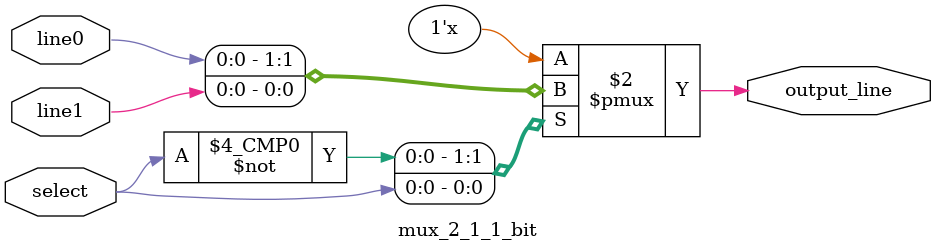
<source format=v>
module mux_2_1_1_bit(
    input line0,
    input line1,
    input select,
    output reg output_line
);

    always @(line0 or line1 or select) begin
        case(select)
            0: output_line = line0;
            1: output_line = line1;
            default: output_line = 1'bx;
        endcase
    end

endmodule
</source>
